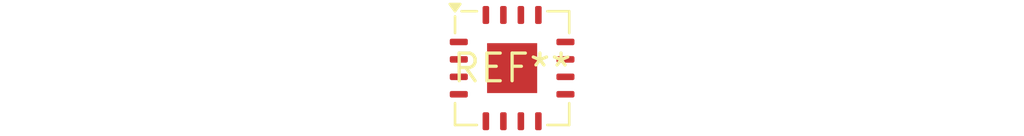
<source format=kicad_pcb>
(kicad_pcb (version 20240108) (generator pcbnew)
  (layers (0 "F.Cu" signal) (31 "B.Cu" signal) (34 "B.Paste" user) (35 "F.Paste" user) (36 "B.SilkS" user "B.Silkscreen") (37 "F.SilkS" user "F.Silkscreen") (38 "B.Mask" user) (39 "F.Mask" user) (44 "Edge.Cuts" user))
  (net 0 "")
  (footprint "TQFN-16-1EP_5x5mm_P0.8mm_EP2.29x2.29mm" (layer "F.Cu") (at 0 0)
    (property "Reference" "REF**")
    (property "Value" "TQFN-16-1EP_5x5mm_P0.8mm_EP2.29x2.29mm")
    (fp_line (start -2.61 -1.61) (end -2.61 -2.37) (layer "F.SilkS") (stroke (width 0.12)))
    (fp_line (start -2.61 2.61) (end -2.61 1.61) (layer "F.SilkS") (stroke (width 0.12)))
    (fp_line (start -1.61 -2.61) (end -2.31 -2.61) (layer "F.SilkS") (stroke (width 0.12)))
    (fp_line (start -1.61 2.61) (end -2.61 2.61) (layer "F.SilkS") (stroke (width 0.12)))
    (fp_line (start 1.61 -2.61) (end 2.61 -2.61) (layer "F.SilkS") (stroke (width 0.12)))
    (fp_line (start 1.61 2.61) (end 2.61 2.61) (layer "F.SilkS") (stroke (width 0.12)))
    (fp_line (start 2.61 -2.61) (end 2.61 -1.61) (layer "F.SilkS") (stroke (width 0.12)))
    (fp_line (start 2.61 2.61) (end 2.61 1.61) (layer "F.SilkS") (stroke (width 0.12)))
    (fp_poly (pts (xy -2.61 -2.61) (xy -2.85 -2.94) (xy -2.37 -2.94) (xy -2.61 -2.61)) (layer "F.SilkS") (stroke (width 0.12)) (fill solid))
    (pad "1" smd roundrect (at -2.4375 -1.2) (size 0.825 0.3) (layers "F.Cu" "F.Paste" "F.Mask"))
    (pad "2" smd roundrect (at -2.4375 -0.4) (size 0.825 0.3) (layers "F.Cu" "F.Paste" "F.Mask"))
    (pad "3" smd roundrect (at -2.4375 0.4) (size 0.825 0.3) (layers "F.Cu" "F.Paste" "F.Mask"))
    (pad "4" smd roundrect (at -2.4375 1.2) (size 0.825 0.3) (layers "F.Cu" "F.Paste" "F.Mask"))
    (pad "5" smd roundrect (at -1.2 2.4375) (size 0.3 0.825) (layers "F.Cu" "F.Paste" "F.Mask"))
    (pad "6" smd roundrect (at -0.4 2.4375) (size 0.3 0.825) (layers "F.Cu" "F.Paste" "F.Mask"))
    (pad "7" smd roundrect (at 0.4 2.4375) (size 0.3 0.825) (layers "F.Cu" "F.Paste" "F.Mask"))
    (pad "8" smd roundrect (at 1.2 2.4375) (size 0.3 0.825) (layers "F.Cu" "F.Paste" "F.Mask"))
    (pad "9" smd roundrect (at 2.4375 1.2) (size 0.825 0.3) (layers "F.Cu" "F.Paste" "F.Mask"))
    (pad "10" smd roundrect (at 2.4375 0.4) (size 0.825 0.3) (layers "F.Cu" "F.Paste" "F.Mask"))
    (pad "11" smd roundrect (at 2.4375 -0.4) (size 0.825 0.3) (layers "F.Cu" "F.Paste" "F.Mask"))
    (pad "12" smd roundrect (at 2.4375 -1.2) (size 0.825 0.3) (layers "F.Cu" "F.Paste" "F.Mask"))
    (pad "13" smd roundrect (at 1.2 -2.4375) (size 0.3 0.825) (layers "F.Cu" "F.Paste" "F.Mask"))
    (pad "14" smd roundrect (at 0.4 -2.4375) (size 0.3 0.825) (layers "F.Cu" "F.Paste" "F.Mask"))
    (pad "15" smd roundrect (at -0.4 -2.4375) (size 0.3 0.825) (layers "F.Cu" "F.Paste" "F.Mask"))
    (pad "16" smd roundrect (at -1.2 -2.4375) (size 0.3 0.825) (layers "F.Cu" "F.Paste" "F.Mask"))
    (pad "17" smd rect (at 0 0) (size 2.29 2.29) (property pad_prop_heatsink) (layers "F.Cu" "F.Mask"))
  )
)
</source>
